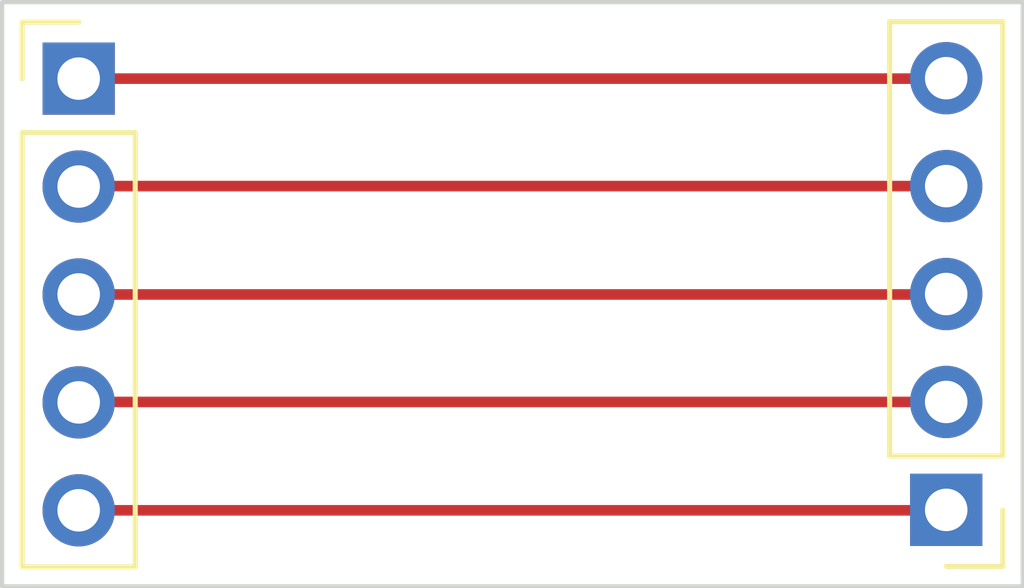
<source format=kicad_pcb>
(kicad_pcb (version 20240108) (generator "pcbnew") (generator_version "8.0")
  (layers (0 "F.Cu" signal) (31 "B.Cu" signal) (34 "B.Paste" user) (35 "F.Paste" user) (36 "B.SilkS" user "B.Silkscreen") (37 "F.SilkS" user "F.Silkscreen") (38 "B.Mask" user) (39 "F.Mask" user) (44 "Edge.Cuts" user))
  (net 0 "")
  (net 1 "Net-(J3-Pin_1)")
  (net 2 "Net-(J3-Pin_2)")
  (net 3 "Net-(J3-Pin_3)")
  (net 4 "Net-(J3-Pin_4)")
  (net 5 "Net-(J3-Pin_5)")
  (footprint "Connector_PinHeader_2.54mm:PinHeader_1x05_P2.54mm_Vertical" (layer "F.Cu") (at 158.075 69.94 180)
    (property "Reference" "J4" (hide yes))
    (property "Value" "Conn_01x05" (hide yes))
    (fp_line (start 1.33 1.27) (end 1.33 11.49) (stroke (width 0.12)) (layer "F.SilkS"))
    (fp_line (start -1.33 11.49) (end 1.33 11.49) (stroke (width 0.12)) (layer "F.SilkS"))
    (fp_line (start -1.33 1.27) (end 1.33 1.27) (stroke (width 0.12)) (layer "F.SilkS"))
    (fp_line (start -1.33 1.27) (end -1.33 11.49) (stroke (width 0.12)) (layer "F.SilkS"))
    (fp_line (start -1.33 0) (end -1.33 -1.33) (stroke (width 0.12)) (layer "F.SilkS"))
    (fp_line (start -1.33 -1.33) (end 0 -1.33) (stroke (width 0.12)) (layer "F.SilkS"))
    (pad "1" thru_hole rect (at 0 0 180) (size 1.7 1.7) (drill 1) (layers "*.Cu" "*.Mask") (net 5 "Net-(J3-Pin_5)"))
    (pad "2" thru_hole oval (at 0 2.54 180) (size 1.7 1.7) (drill 1) (layers "*.Cu" "*.Mask") (net 4 "Net-(J3-Pin_4)"))
    (pad "3" thru_hole oval (at 0 5.08 180) (size 1.7 1.7) (drill 1) (layers "*.Cu" "*.Mask") (net 3 "Net-(J3-Pin_3)"))
    (pad "4" thru_hole oval (at 0 7.62 180) (size 1.7 1.7) (drill 1) (layers "*.Cu" "*.Mask") (net 2 "Net-(J3-Pin_2)"))
    (pad "5" thru_hole oval (at 0 10.16 180) (size 1.7 1.7) (drill 1) (layers "*.Cu" "*.Mask") (net 1 "Net-(J3-Pin_1)"))
  )
  (footprint "Connector_PinHeader_2.54mm:PinHeader_1x05_P2.54mm_Vertical" (layer "F.Cu") (at 137.675 59.79)
    (property "Reference" "J3" (hide yes))
    (property "Value" "Conn_01x05" (hide yes))
    (fp_line (start -1.33 -1.33) (end 0 -1.33) (stroke (width 0.12)) (layer "F.SilkS"))
    (fp_line (start -1.33 0) (end -1.33 -1.33) (stroke (width 0.12)) (layer "F.SilkS"))
    (fp_line (start -1.33 1.27) (end -1.33 11.49) (stroke (width 0.12)) (layer "F.SilkS"))
    (fp_line (start -1.33 1.27) (end 1.33 1.27) (stroke (width 0.12)) (layer "F.SilkS"))
    (fp_line (start -1.33 11.49) (end 1.33 11.49) (stroke (width 0.12)) (layer "F.SilkS"))
    (fp_line (start 1.33 1.27) (end 1.33 11.49) (stroke (width 0.12)) (layer "F.SilkS"))
    (pad "1" thru_hole rect (at 0 0) (size 1.7 1.7) (drill 1) (layers "*.Cu" "*.Mask") (net 1 "Net-(J3-Pin_1)"))
    (pad "2" thru_hole oval (at 0 2.54) (size 1.7 1.7) (drill 1) (layers "*.Cu" "*.Mask") (net 2 "Net-(J3-Pin_2)"))
    (pad "3" thru_hole oval (at 0 5.08) (size 1.7 1.7) (drill 1) (layers "*.Cu" "*.Mask") (net 3 "Net-(J3-Pin_3)"))
    (pad "4" thru_hole oval (at 0 7.62) (size 1.7 1.7) (drill 1) (layers "*.Cu" "*.Mask") (net 4 "Net-(J3-Pin_4)"))
    (pad "5" thru_hole oval (at 0 10.16) (size 1.7 1.7) (drill 1) (layers "*.Cu" "*.Mask") (net 5 "Net-(J3-Pin_5)"))
  )
  (gr_rect (start 135.875 57.99) (end 159.875 71.74) (stroke (width 0.1)) (fill none) (layer "Edge.Cuts"))
  (segment (start 158.065 59.79) (end 158.075 59.78) (width 0.25) (layer "F.Cu") (net 1))
  (segment (start 137.675 59.79) (end 158.065 59.79) (width 0.25) (layer "F.Cu") (net 1))
  (segment (start 137.685 62.32) (end 137.675 62.33) (width 0.25) (layer "F.Cu") (net 2))
  (segment (start 158.075 62.32) (end 137.685 62.32) (width 0.25) (layer "F.Cu") (net 2))
  (segment (start 158.065 64.87) (end 158.075 64.86) (width 0.25) (layer "F.Cu") (net 3))
  (segment (start 137.675 64.87) (end 158.065 64.87) (width 0.25) (layer "F.Cu") (net 3))
  (segment (start 137.685 67.4) (end 137.675 67.41) (width 0.25) (layer "F.Cu") (net 4))
  (segment (start 158.075 67.4) (end 137.685 67.4) (width 0.25) (layer "F.Cu") (net 4))
  (segment (start 158.065 69.95) (end 158.075 69.94) (width 0.25) (layer "F.Cu") (net 5))
  (segment (start 137.675 69.95) (end 158.065 69.95) (width 0.25) (layer "F.Cu") (net 5))
)
</source>
